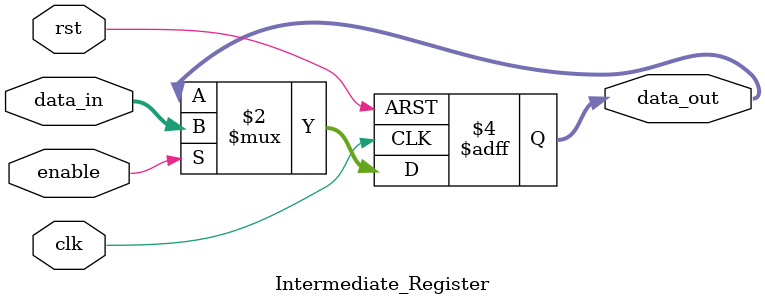
<source format=sv>
module Intermediate_Register #(parameter N = 32, parameter initial_value = 0)(
    input logic clk,    
    input logic rst,
    input logic enable,
    input logic [N-1:0] data_in,
    output logic [N-1:0] data_out
);

always_ff @(posedge clk, posedge rst) begin
    if (rst) begin
        data_out <= initial_value;
    end
    else begin
        //$display("Let's look: Enable: %b Value: %h", enable, data_in);
        if (enable) begin
            data_out <= data_in;
        end
        
    end   
end

    
endmodule
</source>
